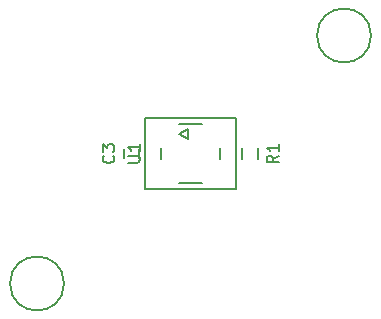
<source format=gbr>
G04 #@! TF.FileFunction,Legend,Top*
%FSLAX46Y46*%
G04 Gerber Fmt 4.6, Leading zero omitted, Abs format (unit mm)*
G04 Created by KiCad (PCBNEW (2015-09-17 BZR 6202)-product) date Saturday, October 24, 2015 'PMt' 10:17:15 PM*
%MOMM*%
G01*
G04 APERTURE LIST*
%ADD10C,0.100000*%
%ADD11C,0.150000*%
%ADD12C,0.203200*%
%ADD13C,0.200000*%
G04 APERTURE END LIST*
D10*
D11*
X112400000Y-114350000D02*
X112400000Y-113650000D01*
X113600000Y-113650000D02*
X113600000Y-114350000D01*
X123675000Y-113500000D02*
X123675000Y-114500000D01*
X122325000Y-114500000D02*
X122325000Y-113500000D01*
D12*
X117000000Y-112350000D02*
X117750000Y-112800000D01*
X117750000Y-112800000D02*
X117750000Y-111900000D01*
X117750000Y-111900000D02*
X117000000Y-112350000D01*
X117000000Y-116500000D02*
X119000000Y-116500000D01*
X120500000Y-114500000D02*
X120500000Y-113500000D01*
X117000000Y-111500000D02*
X119000000Y-111500000D01*
X115500000Y-114500000D02*
X115500000Y-113500000D01*
D13*
X121850000Y-117000000D02*
X114150000Y-117000000D01*
X121850000Y-111000000D02*
X121850000Y-117000000D01*
X114150000Y-117000000D02*
X114150000Y-111000000D01*
X114150000Y-111000000D02*
X121850000Y-111000000D01*
D11*
X133286000Y-104000000D02*
G75*
G03X133286000Y-104000000I-2286000J0D01*
G01*
X107286000Y-125000000D02*
G75*
G03X107286000Y-125000000I-2286000J0D01*
G01*
X107286000Y-125000000D02*
G75*
G03X107286000Y-125000000I-2286000J0D01*
G01*
X111457143Y-114166666D02*
X111504762Y-114214285D01*
X111552381Y-114357142D01*
X111552381Y-114452380D01*
X111504762Y-114595238D01*
X111409524Y-114690476D01*
X111314286Y-114738095D01*
X111123810Y-114785714D01*
X110980952Y-114785714D01*
X110790476Y-114738095D01*
X110695238Y-114690476D01*
X110600000Y-114595238D01*
X110552381Y-114452380D01*
X110552381Y-114357142D01*
X110600000Y-114214285D01*
X110647619Y-114166666D01*
X110552381Y-113833333D02*
X110552381Y-113214285D01*
X110933333Y-113547619D01*
X110933333Y-113404761D01*
X110980952Y-113309523D01*
X111028571Y-113261904D01*
X111123810Y-113214285D01*
X111361905Y-113214285D01*
X111457143Y-113261904D01*
X111504762Y-113309523D01*
X111552381Y-113404761D01*
X111552381Y-113690476D01*
X111504762Y-113785714D01*
X111457143Y-113833333D01*
X125452381Y-114166666D02*
X124976190Y-114500000D01*
X125452381Y-114738095D02*
X124452381Y-114738095D01*
X124452381Y-114357142D01*
X124500000Y-114261904D01*
X124547619Y-114214285D01*
X124642857Y-114166666D01*
X124785714Y-114166666D01*
X124880952Y-114214285D01*
X124928571Y-114261904D01*
X124976190Y-114357142D01*
X124976190Y-114738095D01*
X125452381Y-113214285D02*
X125452381Y-113785714D01*
X125452381Y-113500000D02*
X124452381Y-113500000D01*
X124595238Y-113595238D01*
X124690476Y-113690476D01*
X124738095Y-113785714D01*
D13*
X112702381Y-114761905D02*
X113511905Y-114761905D01*
X113607143Y-114714286D01*
X113654762Y-114666667D01*
X113702381Y-114571429D01*
X113702381Y-114380952D01*
X113654762Y-114285714D01*
X113607143Y-114238095D01*
X113511905Y-114190476D01*
X112702381Y-114190476D01*
X113702381Y-113190476D02*
X113702381Y-113761905D01*
X113702381Y-113476191D02*
X112702381Y-113476191D01*
X112845238Y-113571429D01*
X112940476Y-113666667D01*
X112988095Y-113761905D01*
M02*

</source>
